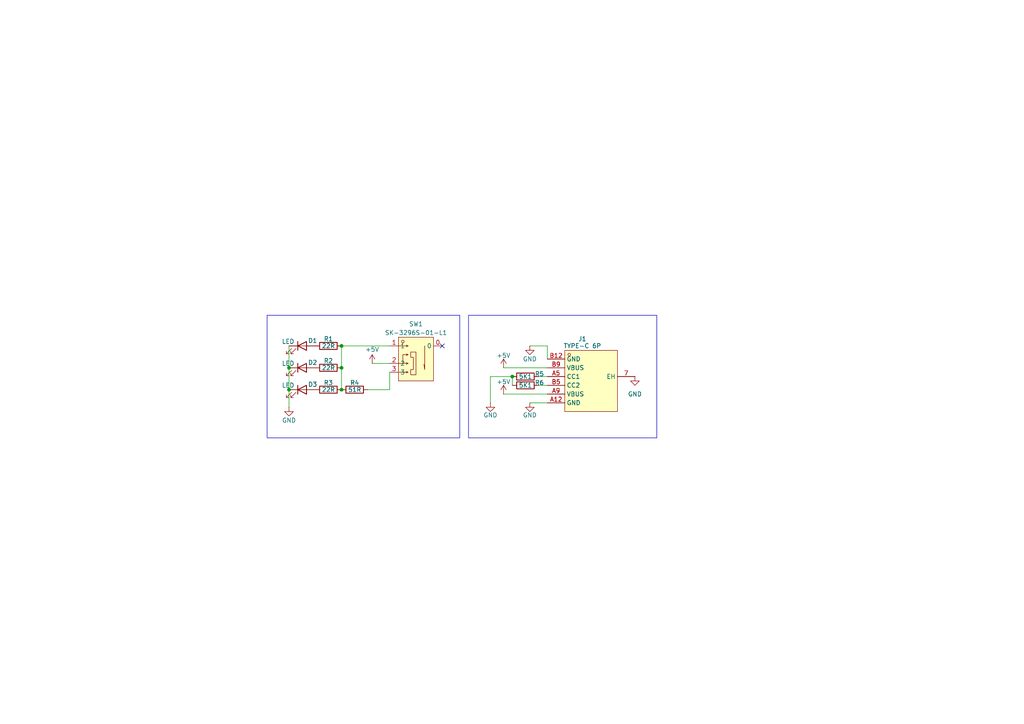
<source format=kicad_sch>
(kicad_sch (version 20250114) (generator "eeschema") (generator_version "9.0")
  (paper "A4")
  (title_block (title "PCB Ruler \"Bright Start\"") (date "2025-09-01") (rev "1") (company "Make- & Hackspace Bingen") (comment 1 "Designed with <3 by Stefan"))
  (lib_symbols
    (symbol "Device:LED" (pin_numbers (hide yes)) (pin_names (offset 1.016) (hide yes))
      (property "Reference" "D" (at 0 2.54 0))
      (property "Value" "LED" (at 0 -2.54 0))
      (symbol "LED_0_1"
        (polyline (pts (xy -3.048 -0.762) (xy -4.572 -2.286) (xy -3.81 -2.286) (xy -4.572 -2.286) (xy -4.572 -1.524)))
        (polyline (pts (xy -1.778 -0.762) (xy -3.302 -2.286) (xy -2.54 -2.286) (xy -3.302 -2.286) (xy -3.302 -1.524)))
        (polyline (pts (xy -1.27 0) (xy 1.27 0)))
        (polyline (pts (xy -1.27 -1.27) (xy -1.27 1.27)) (stroke (width 0.254)))
        (polyline (pts (xy 1.27 -1.27) (xy 1.27 1.27) (xy -1.27 0) (xy 1.27 -1.27)) (stroke (width 0.254)))
      )
      (symbol "LED_1_1"
        (pin passive line (at -3.81 0 0) (length 2.54) (name "K") (number "1"))
        (pin passive line (at 3.81 0 180) (length 2.54) (name "A") (number "2"))
      )
    )
    (symbol "Device:R" (pin_numbers (hide yes)) (pin_names (offset 0))
      (property "Reference" "R" (at 2.032 0 90))
      (property "Value" "R" (at 0 0 90))
      (symbol "R_0_1"
        (rectangle (start -1.016 -2.54) (end 1.016 2.54) (stroke (width 0.254)))
      )
      (symbol "R_1_1"
        (pin passive line (at 0 3.81 270) (length 1.27) (name "~") (number "1"))
        (pin passive line (at 0 -3.81 90) (length 1.27) (name "~") (number "2"))
      )
    )
    (symbol "_easyeda2kicad:SK-3296S-01-L1"
      (property "Reference" "SW" (at 0 7.62 0))
      (property "Value" "SK-3296S-01-L1" (at 0 -10.16 0))
      (symbol "SK-3296S-01-L1_0_1"
        (rectangle (start -5.08 5.08) (end 5.08 -7.62) (fill (type background)))
        (polyline (pts (xy -5.08 2.54) (xy -2.54 2.54)))
        (polyline (pts (xy -5.08 -2.54) (xy -2.54 -2.54)))
        (polyline (pts (xy -4.83 -5.08) (xy -2.54 -5.08)))
        (circle (center -3.81 3.81) (radius 0.38))
        (polyline (pts (xy -3.81 -2.54) (xy -3.81 0) (xy -2.54 0)))
        (polyline (pts (xy -2.29 2.54) (xy -2.79 2.79)))
        (polyline (pts (xy -2.29 2.54) (xy -2.79 2.29)))
        (polyline (pts (xy -2.29 0) (xy -2.79 0.25)))
        (polyline (pts (xy -2.29 0) (xy -2.79 -0.25)))
        (polyline (pts (xy -2.29 -2.54) (xy -2.79 -2.29)))
        (polyline (pts (xy -2.29 -2.54) (xy -2.79 -2.79)))
        (polyline (pts (xy -2.29 -5.08) (xy -2.79 -4.83)))
        (polyline (pts (xy -2.29 -5.08) (xy -2.79 -5.33)))
        (polyline (pts (xy -1.52 0.76) (xy 0 0.76) (xy 0 -5.84) (xy -1.52 -5.84) (xy -1.52 -4.32) (xy -0.76 -4.32) (xy -0.76 -0.76) (xy -1.52 -0.76) (xy -1.52 0.76)) (fill (type background)))
        (polyline (pts (xy 2.54 2.54) (xy 2.54 -4.32) (xy 2.29 -2.79)))
        (pin unspecified line (at -7.62 2.54 0) (length 2.54) (name "1") (number "1"))
        (pin unspecified line (at -7.62 -2.54 0) (length 2.54) (name "2") (number "2"))
        (pin unspecified line (at -7.62 -5.08 0) (length 2.54) (name "3") (number "3"))
        (pin unspecified line (at 7.62 2.54 180) (length 2.54) (name "0") (number "0"))
      )
    )
    (symbol "_easyeda2kicad:TYPE-C6P"
      (property "Reference" "USB" (at 0 10.16 0))
      (property "Value" "TYPE-C 6P" (at 0 -12.7 0))
      (symbol "TYPE-C6P_0_1"
        (rectangle (start -5.08 7.62) (end 10.16 -10.16) (fill (type background)))
        (circle (center -3.81 6.35) (radius 0.38))
        (pin unspecified line (at -10.16 5.08 0) (length 5.08) (name "GND") (number "B12"))
        (pin unspecified line (at -10.16 2.54 0) (length 5.08) (name "VBUS") (number "B9"))
        (pin unspecified line (at -10.16 0 0) (length 5.08) (name "CC1") (number "A5"))
        (pin unspecified line (at -10.16 -2.54 0) (length 5.08) (name "CC2") (number "B5"))
        (pin unspecified line (at -10.16 -5.08 0) (length 5.08) (name "VBUS") (number "A9"))
        (pin unspecified line (at -10.16 -7.62 0) (length 5.08) (name "GND") (number "A12"))
        (pin unspecified line (at 15.24 0 180) (length 5.08) (name "EH") (number "7"))
      )
    )
    (symbol "power:+5V" (power) (pin_numbers (hide yes)) (pin_names (offset 0) (hide yes))
      (property "Value" "+5V" (at 0 3.556 0))
      (symbol "+5V_0_1"
        (polyline (pts (xy -0.762 1.27) (xy 0 2.54)))
        (polyline (pts (xy 0 2.54) (xy 0.762 1.27)))
        (polyline (pts (xy 0 0) (xy 0 2.54)))
      )
      (symbol "+5V_1_1"
        (pin power_in line (at 0 0 90) (length 0) (name "~") (number "1"))
      )
    )
    (symbol "power:GND" (power) (pin_numbers (hide yes)) (pin_names (offset 0) (hide yes))
      (property "Value" "GND" (at 0 -3.81 0))
      (symbol "GND_0_1"
        (polyline (pts (xy 0 0) (xy 0 -1.27) (xy 1.27 -1.27) (xy 0 -2.54) (xy -1.27 -1.27) (xy 0 -1.27)))
      )
      (symbol "GND_1_1"
        (pin power_in line (at 0 0 270) (length 0) (name "~") (number "1"))
      )
    )
  )
  (rectangle (start 135.89 91.44) (end 190.5 127))
  (rectangle (start 77.47 91.44) (end 133.35 127))
  (junction (at 148.59 109.22))
  (junction (at 99.06 100.33))
  (junction (at 99.06 113.03))
  (junction (at 83.82 106.68))
  (junction (at 99.06 106.68))
  (junction (at 83.82 113.03))
  (no_connect (at 128.27 100.33))
  (wire (pts (xy 113.03 107.95) (xy 113.03 113.03)))
  (wire (pts (xy 158.75 100.33) (xy 158.75 104.14)))
  (wire (pts (xy 153.67 100.33) (xy 158.75 100.33)))
  (wire (pts (xy 99.06 100.33) (xy 113.03 100.33)))
  (wire (pts (xy 83.82 100.33) (xy 83.82 106.68)))
  (wire (pts (xy 153.67 116.84) (xy 158.75 116.84)))
  (wire (pts (xy 148.59 111.76) (xy 148.59 109.22)))
  (wire (pts (xy 99.06 113.03) (xy 99.06 106.68)))
  (wire (pts (xy 99.06 100.33) (xy 99.06 106.68)))
  (wire (pts (xy 156.21 111.76) (xy 158.75 111.76)))
  (wire (pts (xy 142.24 116.84) (xy 142.24 109.22)))
  (wire (pts (xy 107.95 105.41) (xy 113.03 105.41)))
  (wire (pts (xy 146.05 114.3) (xy 158.75 114.3)))
  (wire (pts (xy 83.82 106.68) (xy 83.82 113.03)))
  (wire (pts (xy 83.82 113.03) (xy 83.82 118.11)))
  (wire (pts (xy 106.68 113.03) (xy 113.03 113.03)))
  (wire (pts (xy 156.21 109.22) (xy 158.75 109.22)))
  (wire (pts (xy 142.24 109.22) (xy 148.59 109.22)))
  (wire (pts (xy 146.05 106.68) (xy 158.75 106.68)))
  (symbol (lib_id "_easyeda2kicad:TYPE-C6P") (at 168.91 109.22 0) (unit 1)
    (property "Reference" "J1" (at 168.91 98.298 0))
    (property "Value" "TYPE-C 6P" (at 168.91 100.33 0))
    (property "Footprint" "_easyeda2kicad:TYPE-C-SMD_TYPE-C-6P" (effects (hide yes)))
    (property "Datasheet" "https://lcsc.com/product-detail/USB-Connectors_SHOU-HAN-TYPE-C-6P_C456012.html" (effects (hide yes)))
    (property "LCSC Part" "C456012" (effects (hide yes)))
  )
  (symbol (lib_id "power:GND") (at 153.67 100.33 0) (unit 1)
    (property "Reference" "#PWR05" (effects (hide yes)))
    (property "Value" "GND" (at 153.67 104.14 0))
    (property "Description" "Power symbol creates a global label with name \"GND\" , ground" (effects (hide yes)))
  )
  (symbol (lib_id "power:+5V") (at 146.05 106.68 0) (unit 1)
    (property "Reference" "#PWR07" (effects (hide yes)))
    (property "Value" "+5V" (at 146.05 103.124 0))
    (property "Description" "Power symbol creates a global label with name \"+5V\"" (effects (hide yes)))
  )
  (symbol (lib_id "power:GND") (at 153.67 116.84 0) (unit 1)
    (property "Reference" "#PWR08" (effects (hide yes)))
    (property "Value" "GND" (at 153.67 120.396 0))
    (property "Description" "Power symbol creates a global label with name \"GND\" , ground" (effects (hide yes)))
  )
  (symbol (lib_id "Device:LED") (at 87.63 106.68 0) (unit 1)
    (property "Reference" "D2" (at 90.678 105.156 0))
    (property "Value" "LED" (at 83.566 105.41 0))
    (property "Footprint" "_mykicadlib:LED_Filament_38mm" (effects (hide yes)))
    (property "Description" "Light emitting diode" (effects (hide yes)))
    (property "Sim.Pins" "1=K 2=A" (effects (hide yes)))
  )
  (symbol (lib_id "power:GND") (at 83.82 118.11 0) (unit 1)
    (property "Reference" "#PWR03" (effects (hide yes)))
    (property "Value" "GND" (at 83.82 121.92 0))
    (property "Description" "Power symbol creates a global label with name \"GND\" , ground" (effects (hide yes)))
  )
  (symbol (lib_id "power:GND") (at 142.24 116.84 0) (unit 1)
    (property "Reference" "#PWR010" (effects (hide yes)))
    (property "Value" "GND" (at 142.24 120.396 0))
    (property "Description" "Power symbol creates a global label with name \"GND\" , ground" (effects (hide yes)))
  )
  (symbol (lib_id "Device:R") (at 95.25 100.33 90) (unit 1)
    (property "Reference" "R1" (at 95.25 98.298 90))
    (property "Value" "22R" (at 95.25 100.33 90))
    (property "Footprint" "Resistor_SMD:R_1206_3216Metric_Pad1.30x1.75mm_HandSolder" (effects (hide yes)))
    (property "Description" "Resistor" (effects (hide yes)))
  )
  (symbol (lib_id "_easyeda2kicad:SK-3296S-01-L1") (at 120.65 102.87 0) (unit 1)
    (property "Reference" "SW1" (at 120.65 93.98 0))
    (property "Value" "SK-3296S-01-L1" (at 120.65 96.52 0))
    (property "Footprint" "_easyeda2kicad:SW-SMD_3P-P1.50_L2.7-W6.6" (effects (hide yes)))
    (property "Datasheet" "https://lcsc.com/product-detail/Toggle-Switches_XKB-Enterprise-SK-3296S-01-L1_C319020.html" (effects (hide yes)))
    (property "LCSC Part" "C319020" (effects (hide yes)))
  )
  (symbol (lib_id "power:+5V") (at 107.95 105.41 0) (unit 1)
    (property "Reference" "#PWR04" (effects (hide yes)))
    (property "Value" "+5V" (at 107.95 101.346 0))
    (property "Description" "Power symbol creates a global label with name \"+5V\"" (effects (hide yes)))
  )
  (symbol (lib_id "Device:LED") (at 87.63 100.33 0) (unit 1)
    (property "Reference" "D1" (at 90.678 98.806 0))
    (property "Value" "LED" (at 83.566 99.06 0))
    (property "Footprint" "_mykicadlib:LED_Filament_38mm" (effects (hide yes)))
    (property "Description" "Light emitting diode" (effects (hide yes)))
    (property "Sim.Pins" "1=K 2=A" (effects (hide yes)))
  )
  (symbol (lib_id "Device:R") (at 95.25 113.03 90) (unit 1)
    (property "Reference" "R3" (at 95.25 110.998 90))
    (property "Value" "22R" (at 95.25 113.03 90))
    (property "Footprint" "Resistor_SMD:R_1206_3216Metric_Pad1.30x1.75mm_HandSolder" (effects (hide yes)))
    (property "Description" "Resistor" (effects (hide yes)))
  )
  (symbol (lib_id "Device:R") (at 152.4 109.22 90) (unit 1)
    (property "Reference" "R5" (at 156.464 108.458 90))
    (property "Value" "5K1" (at 152.4 109.22 90))
    (property "Footprint" "Resistor_SMD:R_1206_3216Metric_Pad1.30x1.75mm_HandSolder" (effects (hide yes)))
    (property "Description" "Resistor" (effects (hide yes)))
  )
  (symbol (lib_id "Device:R") (at 102.87 113.03 90) (unit 1)
    (property "Reference" "R4" (at 102.87 110.998 90))
    (property "Value" "51R" (at 102.87 113.03 90))
    (property "Footprint" "Resistor_SMD:R_1206_3216Metric_Pad1.30x1.75mm_HandSolder" (effects (hide yes)))
    (property "Description" "Resistor" (effects (hide yes)))
  )
  (symbol (lib_id "power:GND") (at 184.15 109.22 0) (unit 1)
    (property "Reference" "#PWR06" (effects (hide yes)))
    (property "Value" "GND" (at 184.15 114.3 0))
    (property "Description" "Power symbol creates a global label with name \"GND\" , ground" (effects (hide yes)))
  )
  (symbol (lib_id "Device:LED") (at 87.63 113.03 0) (unit 1)
    (property "Reference" "D3" (at 90.678 111.506 0))
    (property "Value" "LED" (at 83.566 111.76 0))
    (property "Footprint" "_mykicadlib:LED_Filament_38mm" (effects (hide yes)))
    (property "Description" "Light emitting diode" (effects (hide yes)))
    (property "Sim.Pins" "1=K 2=A" (effects (hide yes)))
  )
  (symbol (lib_id "Device:R") (at 152.4 111.76 90) (unit 1)
    (property "Reference" "R6" (at 156.464 110.998 90))
    (property "Value" "5K1" (at 152.4 111.76 90))
    (property "Footprint" "Resistor_SMD:R_1206_3216Metric_Pad1.30x1.75mm_HandSolder" (effects (hide yes)))
    (property "Description" "Resistor" (effects (hide yes)))
  )
  (symbol (lib_id "power:+5V") (at 146.05 114.3 0) (unit 1)
    (property "Reference" "#PWR09" (effects (hide yes)))
    (property "Value" "+5V" (at 146.05 110.744 0))
    (property "Description" "Power symbol creates a global label with name \"+5V\"" (effects (hide yes)))
  )
  (symbol (lib_id "Device:R") (at 95.25 106.68 90) (unit 1)
    (property "Reference" "R2" (at 95.25 104.648 90))
    (property "Value" "22R" (at 95.25 106.68 90))
    (property "Footprint" "Resistor_SMD:R_1206_3216Metric_Pad1.30x1.75mm_HandSolder" (effects (hide yes)))
    (property "Description" "Resistor" (effects (hide yes)))
  )
)
</source>
